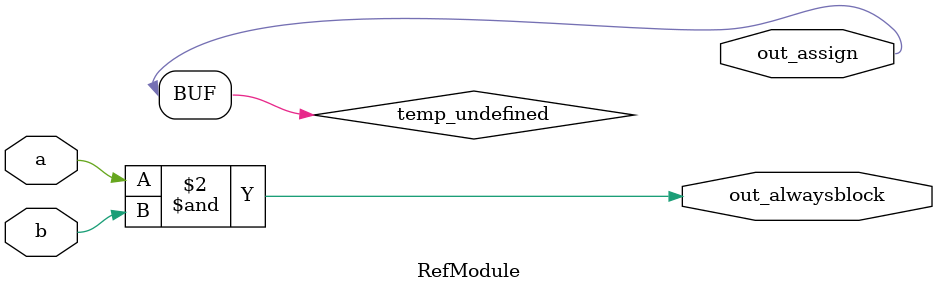
<source format=sv>

module RefModule (
  input a,
  input b,
  output out_assign,
  output reg out_alwaysblock
);

  assign out_assign = temp_undefined;
  always @(*) out_alwaysblock = a & b;

endmodule


</source>
